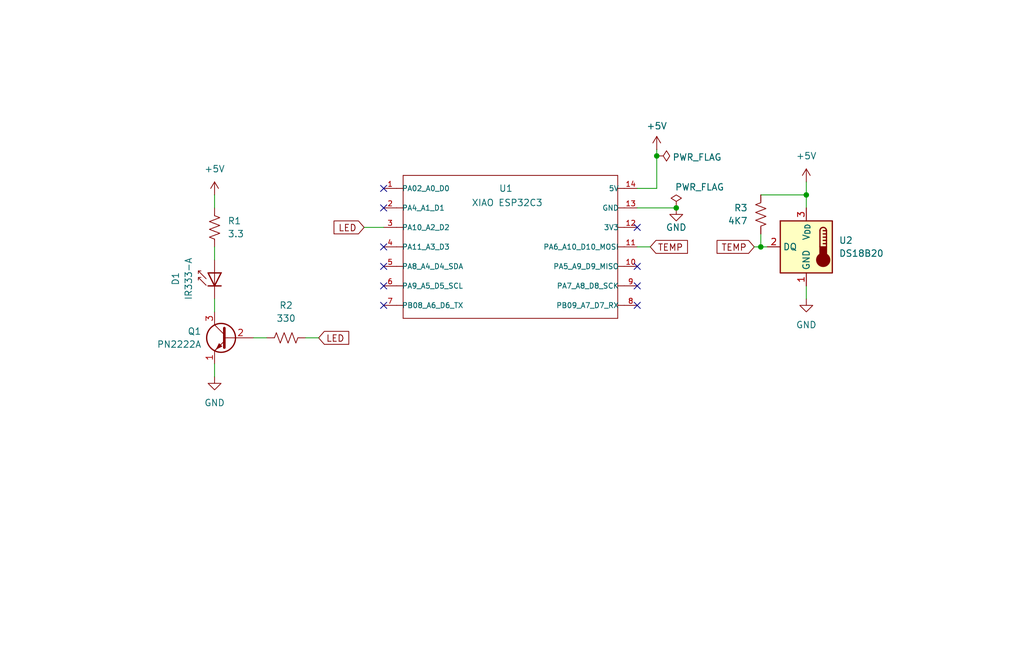
<source format=kicad_sch>
(kicad_sch (version 20231120) (generator "eeschema") (generator_version "8.0")
  (paper "User" 200 130)
  (title_block (title "Daikin AC Controller for ESPHome") (date "2024-10-07") (rev "1"))
  (lib_symbols
    (symbol "Device:R_US" (pin_numbers hide) (pin_names (offset 0))
      (property "Reference" "R" (at 2.54 0 90))
      (property "Value" "R_US" (at -2.54 0 90))
      (symbol "R_US_0_1"
        (polyline (pts (xy 0 -2.286) (xy 0 -2.54)))
        (polyline (pts (xy 0 2.286) (xy 0 2.54)))
        (polyline (pts (xy 0 -0.762) (xy 1.016 -1.143) (xy 0 -1.524) (xy -1.016 -1.905) (xy 0 -2.286)))
        (polyline (pts (xy 0 0.762) (xy 1.016 0.381) (xy 0 0) (xy -1.016 -0.381) (xy 0 -0.762)))
        (polyline (pts (xy 0 2.286) (xy 1.016 1.905) (xy 0 1.524) (xy -1.016 1.143) (xy 0 0.762)))
      )
      (symbol "R_US_1_1"
        (pin passive line (at 0 3.81 270) (length 1.27) (name "~") (number "1"))
        (pin passive line (at 0 -3.81 90) (length 1.27) (name "~") (number "2"))
      )
    )
    (symbol "LED:LD271" (pin_numbers hide) (pin_names (offset 1.016) hide)
      (property "Reference" "D" (at 0.508 1.778 0))
      (property "Value" "LD271" (at -1.016 -2.794 0))
      (symbol "LD271_0_1"
        (polyline (pts (xy -2.54 1.27) (xy -2.54 -1.27)) (stroke (width 0.254)))
        (polyline (pts (xy 0 0) (xy -2.54 0)))
        (polyline (pts (xy 0.381 3.175) (xy -0.127 3.175)))
        (polyline (pts (xy -1.143 1.651) (xy 0.381 3.175) (xy 0.381 2.667)))
        (polyline (pts (xy 0 -1.27) (xy -2.54 0) (xy 0 1.27) (xy 0 -1.27)) (stroke (width 0.254)))
        (polyline (pts (xy -2.413 1.651) (xy -0.889 3.175) (xy -0.889 2.667) (xy -0.889 3.175) (xy -1.397 3.175)))
      )
      (symbol "LD271_1_1"
        (pin passive line (at -5.08 0 0) (length 2.54) (name "K") (number "1"))
        (pin passive line (at 2.54 0 180) (length 2.54) (name "A") (number "2"))
      )
    )
    (symbol "Sensor_Temperature:DS18B20"
      (property "Reference" "U" (at -3.81 6.35 0))
      (property "Value" "DS18B20" (at 6.35 6.35 0))
      (symbol "DS18B20_0_1"
        (rectangle (start -5.08 5.08) (end 5.08 -5.08) (stroke (width 0.254)) (fill (type background)))
        (circle (center -3.302 -2.54) (radius 1.27) (stroke (width 0.254)) (fill (type outline)))
        (rectangle (start -2.667 -1.905) (end -3.937 0) (stroke (width 0.254)) (fill (type outline)))
        (arc (start -2.667 3.175) (mid -3.302 3.8073) (end -3.937 3.175) (stroke (width 0.254)))
        (polyline (pts (xy -3.937 0.635) (xy -3.302 0.635)) (stroke (width 0.254)))
        (polyline (pts (xy -3.937 1.27) (xy -3.302 1.27)) (stroke (width 0.254)))
        (polyline (pts (xy -3.937 1.905) (xy -3.302 1.905)) (stroke (width 0.254)))
        (polyline (pts (xy -3.937 2.54) (xy -3.302 2.54)) (stroke (width 0.254)))
        (polyline (pts (xy -3.937 3.175) (xy -3.937 0)) (stroke (width 0.254)))
        (polyline (pts (xy -3.937 3.175) (xy -3.302 3.175)) (stroke (width 0.254)))
        (polyline (pts (xy -2.667 3.175) (xy -2.667 0)) (stroke (width 0.254)))
      )
      (symbol "DS18B20_1_1"
        (pin power_in line (at 0 -7.62 90) (length 2.54) (name "GND") (number "1"))
        (pin bidirectional line (at 7.62 0 180) (length 2.54) (name "DQ") (number "2"))
        (pin power_in line (at 0 7.62 270) (length 2.54) (name "V_{DD}") (number "3"))
      )
    )
    (symbol "Transistor_BJT:PN2222A" (pin_names (offset 0) hide)
      (property "Reference" "Q" (at 5.08 1.905 0))
      (property "Value" "PN2222A" (at 5.08 0 0))
      (symbol "PN2222A_0_1"
        (polyline (pts (xy 0 0) (xy 0.635 0)))
        (polyline (pts (xy 2.54 -2.54) (xy 0.635 -0.635)))
        (polyline (pts (xy 2.54 2.54) (xy 0.635 0.635)))
        (polyline (pts (xy 0.635 1.905) (xy 0.635 -1.905) (xy 0.635 -1.905)) (stroke (width 0.508)))
        (polyline (pts (xy 2.413 -2.413) (xy 1.905 -1.905) (xy 1.905 -1.905)))
        (polyline (pts (xy 1.143 -1.651) (xy 1.651 -1.143) (xy 2.159 -2.159) (xy 1.143 -1.651) (xy 1.143 -1.651)) (fill (type outline)))
        (circle (center 1.27 0) (radius 2.8194) (stroke (width 0.254)))
      )
      (symbol "PN2222A_1_1"
        (pin passive line (at 2.54 -5.08 90) (length 2.54) (name "E") (number "1"))
        (pin input line (at -5.08 0 0) (length 5.08) (name "B") (number "2"))
        (pin passive line (at 2.54 5.08 270) (length 2.54) (name "C") (number "3"))
      )
    )
    (symbol "Xiao ESP32C3:MOUDLE-SEEEDUINO-XIAO-ESP32C3" (pin_names (offset 1.016))
      (property "Reference" "U" (at -21.59 15.24 0))
      (property "Value" "MOUDLE-SEEEDUINO-XIAO-ESP32C3" (at -21.59 13.97 0))
      (symbol "MOUDLE-SEEEDUINO-XIAO-ESP32C3_0_0"
        (polyline (pts (xy -21.59 -13.97) (xy -21.59 0)) (stroke (width 0.1524)))
        (polyline (pts (xy -21.59 -11.43) (xy -22.86 -11.43)) (stroke (width 0.1524)))
        (polyline (pts (xy -21.59 -7.62) (xy -22.86 -7.62)) (stroke (width 0.1524)))
        (polyline (pts (xy -21.59 -3.81) (xy -22.86 -3.81)) (stroke (width 0.1524)))
        (polyline (pts (xy -21.59 0) (xy -22.86 0)) (stroke (width 0.1524)))
        (polyline (pts (xy -21.59 0) (xy -21.59 3.81)) (stroke (width 0.1524)))
        (polyline (pts (xy -21.59 3.81) (xy -22.86 3.81)) (stroke (width 0.1524)))
        (polyline (pts (xy -21.59 3.81) (xy -21.59 7.62)) (stroke (width 0.1524)))
        (polyline (pts (xy -21.59 7.62) (xy -22.86 7.62)) (stroke (width 0.1524)))
        (polyline (pts (xy -21.59 7.62) (xy -21.59 11.43)) (stroke (width 0.1524)))
        (polyline (pts (xy -21.59 11.43) (xy -22.86 11.43)) (stroke (width 0.1524)))
        (polyline (pts (xy -21.59 11.43) (xy -21.59 13.97)) (stroke (width 0.1524)))
        (polyline (pts (xy -21.59 13.97) (xy 20.32 13.97)) (stroke (width 0.1524)))
        (polyline (pts (xy 20.32 -13.97) (xy -21.59 -13.97)) (stroke (width 0.1524)))
        (polyline (pts (xy 20.32 3.81) (xy 20.32 -13.97)) (stroke (width 0.1524)))
        (polyline (pts (xy 20.32 7.62) (xy 20.32 3.81)) (stroke (width 0.1524)))
        (polyline (pts (xy 20.32 11.43) (xy 20.32 7.62)) (stroke (width 0.1524)))
        (polyline (pts (xy 20.32 13.97) (xy 20.32 11.43)) (stroke (width 0.1524)))
        (polyline (pts (xy 21.59 -11.43) (xy 20.32 -11.43)) (stroke (width 0.1524)))
        (polyline (pts (xy 21.59 -7.62) (xy 20.32 -7.62)) (stroke (width 0.1524)))
        (polyline (pts (xy 21.59 -3.81) (xy 20.32 -3.81)) (stroke (width 0.1524)))
        (polyline (pts (xy 21.59 0) (xy 20.32 0)) (stroke (width 0.1524)))
        (polyline (pts (xy 21.59 3.81) (xy 20.32 3.81)) (stroke (width 0.1524)))
        (polyline (pts (xy 21.59 7.62) (xy 20.32 7.62)) (stroke (width 0.1524)))
        (polyline (pts (xy 21.59 11.43) (xy 20.32 11.43)) (stroke (width 0.1524)))
        (pin bidirectional line (at -25.4 11.43 0) (length 2.54) (name "PA02_A0_D0") (number "1"))
        (pin bidirectional line (at 24.13 -3.81 180) (length 2.54) (name "PA5_A9_D9_MISO") (number "10"))
        (pin bidirectional line (at 24.13 0 180) (length 2.54) (name "PA6_A10_D10_MOSI") (number "11"))
        (pin bidirectional line (at 24.13 3.81 180) (length 2.54) (name "3V3") (number "12"))
        (pin bidirectional line (at 24.13 7.62 180) (length 2.54) (name "GND") (number "13"))
        (pin bidirectional line (at 24.13 11.43 180) (length 2.54) (name "5V") (number "14"))
        (pin bidirectional line (at -25.4 7.62 0) (length 2.54) (name "PA4_A1_D1") (number "2"))
        (pin bidirectional line (at -25.4 3.81 0) (length 2.54) (name "PA10_A2_D2") (number "3"))
        (pin bidirectional line (at -25.4 0 0) (length 2.54) (name "PA11_A3_D3") (number "4"))
        (pin bidirectional line (at -25.4 -3.81 0) (length 2.54) (name "PA8_A4_D4_SDA") (number "5"))
        (pin bidirectional line (at -25.4 -7.62 0) (length 2.54) (name "PA9_A5_D5_SCL") (number "6"))
        (pin bidirectional line (at -25.4 -11.43 0) (length 2.54) (name "PB08_A6_D6_TX") (number "7"))
        (pin bidirectional line (at 24.13 -11.43 180) (length 2.54) (name "PB09_A7_D7_RX") (number "8"))
        (pin bidirectional line (at 24.13 -7.62 180) (length 2.54) (name "PA7_A8_D8_SCK") (number "9"))
      )
    )
    (symbol "power:+5V" (power) (pin_numbers hide) (pin_names (offset 0) hide)
      (property "Value" "+5V" (at 0 3.556 0))
      (symbol "+5V_0_1"
        (polyline (pts (xy -0.762 1.27) (xy 0 2.54)))
        (polyline (pts (xy 0 0) (xy 0 2.54)))
        (polyline (pts (xy 0 2.54) (xy 0.762 1.27)))
      )
      (symbol "+5V_1_1"
        (pin power_in line (at 0 0 90) (length 0) (name "~") (number "1"))
      )
    )
    (symbol "power:GND" (power) (pin_numbers hide) (pin_names (offset 0) hide)
      (property "Value" "GND" (at 0 -3.81 0))
      (symbol "GND_0_1"
        (polyline (pts (xy 0 0) (xy 0 -1.27) (xy 1.27 -1.27) (xy 0 -2.54) (xy -1.27 -1.27) (xy 0 -1.27)))
      )
      (symbol "GND_1_1"
        (pin power_in line (at 0 0 270) (length 0) (name "~") (number "1"))
      )
    )
    (symbol "power:PWR_FLAG" (power) (pin_numbers hide) (pin_names (offset 0) hide)
      (property "Value" "PWR_FLAG" (at 0 3.81 0))
      (symbol "PWR_FLAG_0_0"
        (pin power_out line (at 0 0 90) (length 0) (name "~") (number "1"))
      )
      (symbol "PWR_FLAG_0_1"
        (polyline (pts (xy 0 0) (xy 0 1.27) (xy -1.016 1.905) (xy 0 2.54) (xy 1.016 1.905) (xy 0 1.27)))
      )
    )
  )
  (junction (at 157.48 38.1))
  (junction (at 132.08 40.64))
  (junction (at 128.27 30.48))
  (junction (at 148.59 48.26))
  (no_connect (at 124.46 44.45))
  (no_connect (at 74.93 36.83))
  (no_connect (at 124.46 52.07))
  (no_connect (at 74.93 59.69))
  (no_connect (at 74.93 55.88))
  (no_connect (at 124.46 59.69))
  (no_connect (at 74.93 40.64))
  (no_connect (at 74.93 48.26))
  (no_connect (at 74.93 52.07))
  (no_connect (at 124.46 55.88))
  (wire (pts (xy 59.69 66.04) (xy 62.23 66.04)))
  (wire (pts (xy 148.59 38.1) (xy 157.48 38.1)))
  (wire (pts (xy 157.48 55.88) (xy 157.48 58.42)))
  (wire (pts (xy 128.27 30.48) (xy 128.27 29.21)))
  (wire (pts (xy 49.53 66.04) (xy 52.07 66.04)))
  (wire (pts (xy 148.59 45.72) (xy 148.59 48.26)))
  (wire (pts (xy 128.27 36.83) (xy 128.27 30.48)))
  (wire (pts (xy 41.91 38.1) (xy 41.91 40.64)))
  (wire (pts (xy 124.46 48.26) (xy 127 48.26)))
  (wire (pts (xy 71.12 44.45) (xy 74.93 44.45)))
  (wire (pts (xy 124.46 40.64) (xy 132.08 40.64)))
  (wire (pts (xy 157.48 38.1) (xy 157.48 40.64)))
  (wire (pts (xy 41.91 48.26) (xy 41.91 50.8)))
  (wire (pts (xy 124.46 36.83) (xy 128.27 36.83)))
  (wire (pts (xy 41.91 58.42) (xy 41.91 60.96)))
  (wire (pts (xy 157.48 35.56) (xy 157.48 38.1)))
  (wire (pts (xy 147.32 48.26) (xy 148.59 48.26)))
  (wire (pts (xy 148.59 48.26) (xy 149.86 48.26)))
  (wire (pts (xy 41.91 71.12) (xy 41.91 73.66)))
  (global_label "TEMP" (shape input) (at 147.32 48.26 180) (property "Intersheetrefs" "${INTERSHEET_REFS}" (effects (hide yes))))
  (global_label "TEMP" (shape input) (at 127 48.26 0) (property "Intersheetrefs" "${INTERSHEET_REFS}" (effects (hide yes))))
  (global_label "LED" (shape input) (at 71.12 44.45 180) (property "Intersheetrefs" "${INTERSHEET_REFS}" (effects (hide yes))))
  (global_label "LED" (shape input) (at 62.23 66.04 0) (property "Intersheetrefs" "${INTERSHEET_REFS}" (effects (hide yes))))
  (symbol (lib_id "Device:R_US") (at 55.88 66.04 270) (unit 1)
    (property "Reference" "R2" (at 55.88 59.69 90))
    (property "Value" "330" (at 55.88 62.23 90))
    (property "Description" "Resistor, US symbol" (effects (hide yes)))
  )
  (symbol (lib_id "Device:R_US") (at 41.91 44.45 0) (unit 1)
    (property "Reference" "R1" (at 44.45 43.1799 0) (effects (justify left)))
    (property "Value" "3.3" (at 44.45 45.7199 0) (effects (justify left)))
    (property "Description" "Resistor, US symbol" (effects (hide yes)))
  )
  (symbol (lib_id "power:+5V") (at 41.91 38.1 0) (unit 1)
    (property "Reference" "#PWR02" (effects (hide yes)))
    (property "Value" "+5V" (at 41.91 33.02 0))
    (property "Description" "Power symbol creates a global label with name \"+5V\"" (effects (hide yes)))
  )
  (symbol (lib_id "power:PWR_FLAG") (at 132.08 40.64 0) (unit 1)
    (property "Reference" "#FLG01" (effects (hide yes)))
    (property "Value" "PWR_FLAG" (at 136.652 36.576 0))
    (property "Description" "Special symbol for telling ERC where power comes from" (effects (hide yes)))
  )
  (symbol (lib_id "Transistor_BJT:PN2222A") (at 44.45 66.04 0) (mirror y) (unit 1)
    (property "Reference" "Q1" (at 39.37 64.7699 0) (effects (justify left)))
    (property "Value" "PN2222A" (at 39.37 67.3099 0) (effects (justify left)))
    (property "Footprint" "Package_TO_SOT_THT:TO-92_Inline" (effects (hide yes)))
    (property "Datasheet" "https://www.onsemi.com/pub/Collateral/PN2222-D.PDF" (effects (hide yes)))
    (property "Description" "1A Ic, 40V Vce, NPN Transistor, General Purpose Transistor, TO-92" (effects (hide yes)))
  )
  (symbol (lib_id "LED:LD271") (at 41.91 53.34 90) (unit 1)
    (property "Reference" "D1" (at 34.29 54.483 0))
    (property "Value" "IR333-A" (at 36.83 54.483 0))
    (property "Footprint" "LED_THT:LED_D5.0mm_IRGrey" (effects (hide yes)))
    (property "Datasheet" "http://www.alliedelec.com/m/d/40788c34903a719969df15f1fbea1056.pdf" (effects (hide yes)))
    (property "Description" "940nm IR-LED, 5mm" (effects (hide yes)))
  )
  (symbol (lib_id "Sensor_Temperature:DS18B20") (at 157.48 48.26 0) (mirror y) (unit 1)
    (property "Reference" "U2" (at 163.83 46.9899 0) (effects (justify right)))
    (property "Value" "DS18B20" (at 163.83 49.5299 0) (effects (justify right)))
    (property "Footprint" "Package_TO_SOT_THT:TO-92_Inline" (effects (hide yes)))
    (property "Datasheet" "http://datasheets.maximintegrated.com/en/ds/DS18B20.pdf" (effects (hide yes)))
    (property "Description" "Programmable Resolution 1-Wire Digital Thermometer TO-92" (effects (hide yes)))
  )
  (symbol (lib_id "Device:R_US") (at 148.59 41.91 0) (mirror y) (unit 1)
    (property "Reference" "R3" (at 146.05 40.6399 0) (effects (justify left)))
    (property "Value" "4K7" (at 146.05 43.1799 0) (effects (justify left)))
    (property "Description" "Resistor, US symbol" (effects (hide yes)))
  )
  (symbol (lib_id "power:GND") (at 157.48 58.42 0) (unit 1)
    (property "Reference" "#PWR04" (effects (hide yes)))
    (property "Value" "GND" (at 157.48 63.5 0))
    (property "Description" "Power symbol creates a global label with name \"GND\" , ground" (effects (hide yes)))
  )
  (symbol (lib_id "power:+5V") (at 128.27 29.21 0) (unit 1)
    (property "Reference" "#PWR06" (effects (hide yes)))
    (property "Value" "+5V" (at 128.27 24.638 0))
    (property "Description" "Power symbol creates a global label with name \"+5V\"" (effects (hide yes)))
  )
  (symbol (lib_id "Xiao ESP32C3:MOUDLE-SEEEDUINO-XIAO-ESP32C3") (at 100.33 48.26 0) (unit 1)
    (property "Reference" "U1" (at 98.806 36.83 0))
    (property "Value" "XIAO ESP32C3" (at 99.06 39.624 0))
    (property "Footprint" "MOUDLE14P-SMD-2.54-21X17.8MM" (effects (hide yes)))
  )
  (symbol (lib_id "power:PWR_FLAG") (at 128.27 30.48 270) (mirror x) (unit 1)
    (property "Reference" "#FLG02" (effects (hide yes)))
    (property "Value" "PWR_FLAG" (at 136.144 30.734 90))
    (property "Description" "Special symbol for telling ERC where power comes from" (effects (hide yes)))
  )
  (symbol (lib_id "power:GND") (at 132.08 40.64 0) (unit 1)
    (property "Reference" "#PWR05" (effects (hide yes)))
    (property "Value" "GND" (at 132.08 44.45 0))
    (property "Description" "Power symbol creates a global label with name \"GND\" , ground" (effects (hide yes)))
  )
  (symbol (lib_id "power:+5V") (at 157.48 35.56 0) (unit 1)
    (property "Reference" "#PWR03" (effects (hide yes)))
    (property "Value" "+5V" (at 157.48 30.48 0))
    (property "Description" "Power symbol creates a global label with name \"+5V\"" (effects (hide yes)))
  )
  (symbol (lib_id "power:GND") (at 41.91 73.66 0) (unit 1)
    (property "Reference" "#PWR01" (effects (hide yes)))
    (property "Value" "GND" (at 41.91 78.74 0))
    (property "Description" "Power symbol creates a global label with name \"GND\" , ground" (effects (hide yes)))
  )
)
</source>
